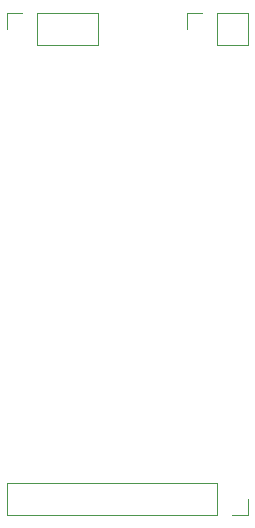
<source format=gbr>
G04 #@! TF.FileFunction,Legend,Bot*
%FSLAX46Y46*%
G04 Gerber Fmt 4.6, Leading zero omitted, Abs format (unit mm)*
G04 Created by KiCad (PCBNEW 4.0.5) date 08/12/17 16:39:25*
%MOMM*%
%LPD*%
G01*
G04 APERTURE LIST*
%ADD10C,0.100000*%
%ADD11C,0.120000*%
G04 APERTURE END LIST*
D10*
D11*
X137160000Y-122830000D02*
X119320000Y-122830000D01*
X119320000Y-122830000D02*
X119320000Y-120170000D01*
X119320000Y-120170000D02*
X137160000Y-120170000D01*
X137160000Y-120170000D02*
X137160000Y-122830000D01*
X138430000Y-122830000D02*
X139760000Y-122830000D01*
X139760000Y-122830000D02*
X139760000Y-121500000D01*
X137160000Y-80370000D02*
X139760000Y-80370000D01*
X139760000Y-80370000D02*
X139760000Y-83030000D01*
X139760000Y-83030000D02*
X137160000Y-83030000D01*
X137160000Y-83030000D02*
X137160000Y-80370000D01*
X135890000Y-80370000D02*
X134560000Y-80370000D01*
X134560000Y-80370000D02*
X134560000Y-81700000D01*
X121920000Y-80370000D02*
X127060000Y-80370000D01*
X127060000Y-80370000D02*
X127060000Y-83030000D01*
X127060000Y-83030000D02*
X121920000Y-83030000D01*
X121920000Y-83030000D02*
X121920000Y-80370000D01*
X120650000Y-80370000D02*
X119320000Y-80370000D01*
X119320000Y-80370000D02*
X119320000Y-81700000D01*
M02*

</source>
